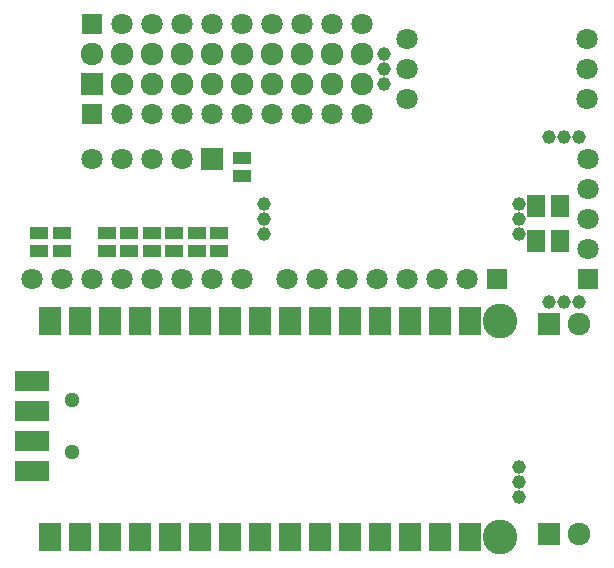
<source format=gbs>
G04 (created by PCBNEW (2014-01-10 BZR 4027)-stable) date Thursday, November 27, 2014 'pmt' 01:46:01 pm*
%MOIN*%
G04 Gerber Fmt 3.4, Leading zero omitted, Abs format*
%FSLAX34Y34*%
G01*
G70*
G90*
G04 APERTURE LIST*
%ADD10C,0.00393701*%
%ADD11R,0.115748X0.065748*%
%ADD12C,0.115748*%
%ADD13R,0.075748X0.095748*%
%ADD14C,0.051148*%
%ADD15C,0.045748*%
%ADD16R,0.070748X0.070748*%
%ADD17C,0.070748*%
%ADD18R,0.0629921X0.0748031*%
%ADD19R,0.0748031X0.0748031*%
%ADD20R,0.060748X0.040748*%
%ADD21R,0.075748X0.075748*%
%ADD22C,0.075748*%
G04 APERTURE END LIST*
G54D10*
G54D11*
X70750Y-38150D03*
X70750Y-37150D03*
X70750Y-36150D03*
X70750Y-35150D03*
G54D12*
X86350Y-40350D03*
X86350Y-33150D03*
G54D13*
X75350Y-40350D03*
X74350Y-40350D03*
X73350Y-40350D03*
X72350Y-40350D03*
X71350Y-40350D03*
X80350Y-40350D03*
X79350Y-40350D03*
X78350Y-40350D03*
X77350Y-40350D03*
X76350Y-40350D03*
X85350Y-40350D03*
X84350Y-40350D03*
X83350Y-40350D03*
X82350Y-40350D03*
X81350Y-40350D03*
X81350Y-33150D03*
X82350Y-33150D03*
X83350Y-33150D03*
X84350Y-33150D03*
X85350Y-33150D03*
X76350Y-33150D03*
X77350Y-33150D03*
X78350Y-33150D03*
X79350Y-33150D03*
X80350Y-33150D03*
X71350Y-33150D03*
X72350Y-33150D03*
X73350Y-33150D03*
X74350Y-33150D03*
X75350Y-33150D03*
G54D14*
X72085Y-35784D03*
X72085Y-37516D03*
G54D15*
X87000Y-39000D03*
X87000Y-38500D03*
X87000Y-38000D03*
G54D16*
X89300Y-31750D03*
G54D17*
X89300Y-30750D03*
X89300Y-29750D03*
X89300Y-28750D03*
X89300Y-27750D03*
G54D18*
X87556Y-29309D03*
X88343Y-29309D03*
X88343Y-30490D03*
X87556Y-30490D03*
G54D15*
X88000Y-32500D03*
X88500Y-32500D03*
X89000Y-32500D03*
X87000Y-30250D03*
X87000Y-29750D03*
X87000Y-29250D03*
G54D17*
X83265Y-23735D03*
X83265Y-24735D03*
X83265Y-25735D03*
X89265Y-23735D03*
X89265Y-24735D03*
X89265Y-25735D03*
G54D16*
X86250Y-31755D03*
G54D17*
X85250Y-31755D03*
X84250Y-31755D03*
X83250Y-31755D03*
X82250Y-31755D03*
X81250Y-31755D03*
X80250Y-31755D03*
X79250Y-31755D03*
G54D19*
X76750Y-27750D03*
G54D17*
X77750Y-31750D03*
X76750Y-31750D03*
X75750Y-31750D03*
X74750Y-31750D03*
X73750Y-31750D03*
X72750Y-31750D03*
X71750Y-31750D03*
X70750Y-31750D03*
X75750Y-27750D03*
X74750Y-27750D03*
X73750Y-27750D03*
X72750Y-27750D03*
G54D20*
X77000Y-30200D03*
X77000Y-30800D03*
X74000Y-30200D03*
X74000Y-30800D03*
X76250Y-30200D03*
X76250Y-30800D03*
X77750Y-28300D03*
X77750Y-27700D03*
X73250Y-30200D03*
X73250Y-30800D03*
X75500Y-30200D03*
X75500Y-30800D03*
X71750Y-30200D03*
X71750Y-30800D03*
X74750Y-30200D03*
X74750Y-30800D03*
X71000Y-30200D03*
X71000Y-30800D03*
G54D15*
X88000Y-27000D03*
X88500Y-27000D03*
X89000Y-27000D03*
X78500Y-30250D03*
X78500Y-29750D03*
X78500Y-29250D03*
G54D21*
X87987Y-33262D03*
G54D22*
X88987Y-33262D03*
G54D21*
X87987Y-40262D03*
G54D22*
X88987Y-40262D03*
G54D21*
X72750Y-25250D03*
G54D22*
X72750Y-24250D03*
X73750Y-25250D03*
X73750Y-24250D03*
X74750Y-25250D03*
X74750Y-24250D03*
X75750Y-25250D03*
X75750Y-24250D03*
X76750Y-25250D03*
X76750Y-24250D03*
X77750Y-25250D03*
X77750Y-24250D03*
X78750Y-25250D03*
X78750Y-24250D03*
X79750Y-25250D03*
X79750Y-24250D03*
X80750Y-24250D03*
X81750Y-25250D03*
X80750Y-25250D03*
X81750Y-24250D03*
G54D16*
X72750Y-26250D03*
G54D17*
X73750Y-26250D03*
X74750Y-26250D03*
X75750Y-26250D03*
X76750Y-26250D03*
X77750Y-26250D03*
X78750Y-26250D03*
X79750Y-26250D03*
X80750Y-26250D03*
X81750Y-26250D03*
G54D16*
X72750Y-23250D03*
G54D17*
X73750Y-23250D03*
X74750Y-23250D03*
X75750Y-23250D03*
X76750Y-23250D03*
X77750Y-23250D03*
X78750Y-23250D03*
X79750Y-23250D03*
X80750Y-23250D03*
X81750Y-23250D03*
G54D15*
X82500Y-25250D03*
X82500Y-24750D03*
X82500Y-24250D03*
M02*

</source>
